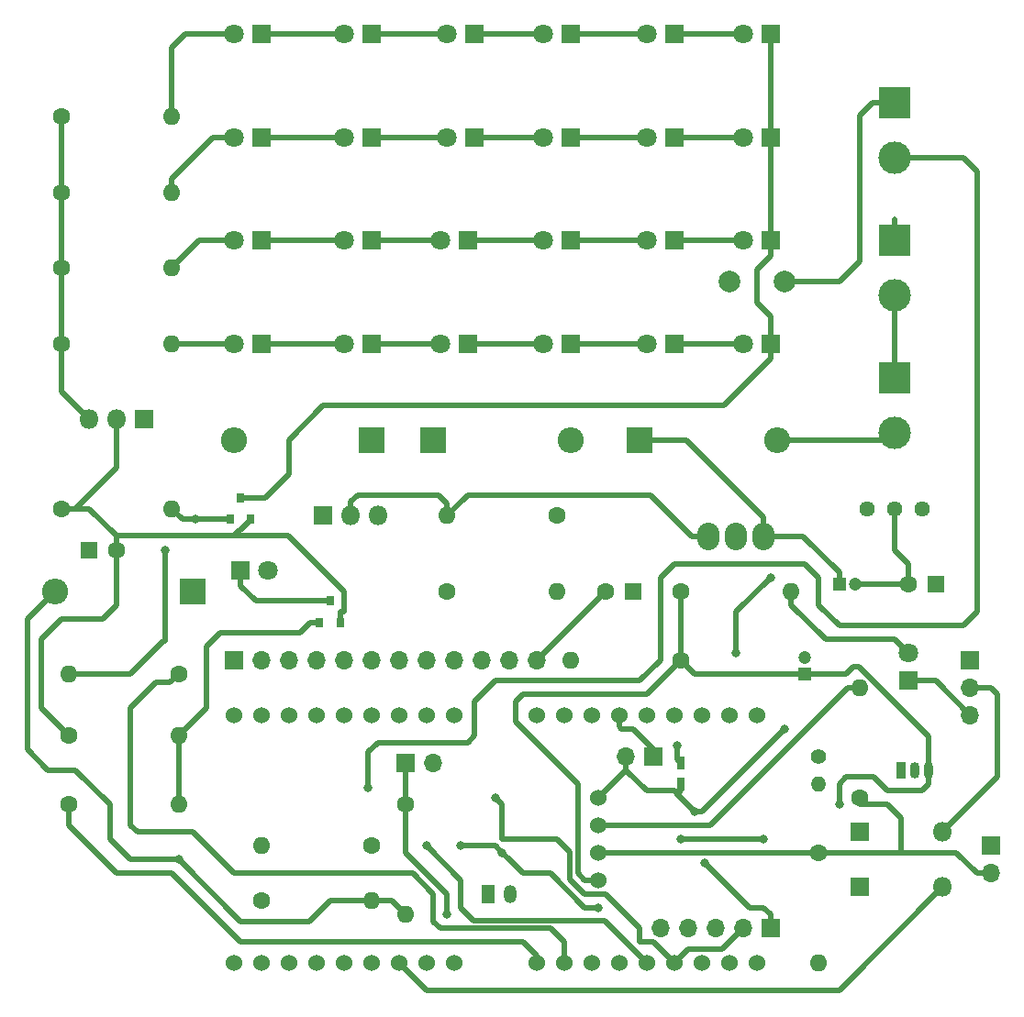
<source format=gbr>
G04 #@! TF.GenerationSoftware,KiCad,Pcbnew,(5.1.4)-1*
G04 #@! TF.CreationDate,2019-10-14T12:16:32+11:00*
G04 #@! TF.ProjectId,FoxCam,466f7843-616d-42e6-9b69-6361645f7063,rev?*
G04 #@! TF.SameCoordinates,Original*
G04 #@! TF.FileFunction,Copper,L1,Top*
G04 #@! TF.FilePolarity,Positive*
%FSLAX46Y46*%
G04 Gerber Fmt 4.6, Leading zero omitted, Abs format (unit mm)*
G04 Created by KiCad (PCBNEW (5.1.4)-1) date 2019-10-14 12:16:32*
%MOMM*%
%LPD*%
G04 APERTURE LIST*
%ADD10R,0.750000X1.200000*%
%ADD11C,2.000000*%
%ADD12R,1.700000X1.700000*%
%ADD13O,1.700000X1.700000*%
%ADD14R,1.200000X1.700000*%
%ADD15O,1.200000X1.700000*%
%ADD16C,1.600000*%
%ADD17O,1.600000X1.600000*%
%ADD18C,1.524000*%
%ADD19C,1.400000*%
%ADD20O,1.400000X1.400000*%
%ADD21R,1.800000X1.800000*%
%ADD22C,1.800000*%
%ADD23R,2.400000X2.400000*%
%ADD24O,2.400000X2.400000*%
%ADD25R,3.000000X3.000000*%
%ADD26C,3.000000*%
%ADD27C,1.440000*%
%ADD28O,1.800000X1.800000*%
%ADD29R,1.600000X1.600000*%
%ADD30O,0.900000X1.500000*%
%ADD31R,0.900000X1.500000*%
%ADD32R,0.800000X0.900000*%
%ADD33R,1.200000X1.200000*%
%ADD34C,1.200000*%
%ADD35O,2.032000X2.540000*%
%ADD36C,0.800000*%
%ADD37C,0.500000*%
G04 APERTURE END LIST*
D10*
X175895000Y-100960000D03*
X175895000Y-99060000D03*
D11*
X180340000Y-54610000D03*
X185420000Y-54600000D03*
D12*
X184150000Y-114300000D03*
D13*
X181610000Y-114300000D03*
X179070000Y-114300000D03*
X176530000Y-114300000D03*
X173990000Y-114300000D03*
D14*
X158115000Y-111125000D03*
D15*
X160115000Y-111125000D03*
D16*
X192405000Y-102235000D03*
D17*
X192405000Y-92075000D03*
D16*
X188595000Y-107315000D03*
D17*
X188595000Y-117475000D03*
D16*
X147320000Y-106680000D03*
D17*
X137160000Y-106680000D03*
D16*
X137160000Y-111760000D03*
D17*
X147320000Y-111760000D03*
D16*
X164465000Y-76200000D03*
D17*
X154305000Y-76200000D03*
D16*
X154305000Y-83185000D03*
D17*
X164465000Y-83185000D03*
D16*
X175895000Y-83185000D03*
D17*
X186055000Y-83185000D03*
D16*
X129540000Y-90805000D03*
D17*
X119380000Y-90805000D03*
D16*
X119380000Y-102870000D03*
D17*
X129540000Y-102870000D03*
D16*
X118745000Y-75565000D03*
D17*
X128905000Y-75565000D03*
D16*
X119380000Y-96520000D03*
D17*
X129540000Y-96520000D03*
D16*
X118745000Y-53340000D03*
D17*
X128905000Y-53340000D03*
D16*
X118745000Y-60325000D03*
D17*
X128905000Y-60325000D03*
D16*
X118745000Y-46355000D03*
D17*
X128905000Y-46355000D03*
D16*
X175895000Y-89535000D03*
D17*
X165735000Y-89535000D03*
D16*
X118745000Y-39370000D03*
D17*
X128905000Y-39370000D03*
D16*
X150495000Y-102870000D03*
D17*
X150495000Y-113030000D03*
D12*
X134620000Y-89535000D03*
D13*
X137160000Y-89535000D03*
X139700000Y-89535000D03*
X142240000Y-89535000D03*
X144780000Y-89535000D03*
X147320000Y-89535000D03*
X149860000Y-89535000D03*
X152400000Y-89535000D03*
X154940000Y-89535000D03*
X157480000Y-89535000D03*
X160020000Y-89535000D03*
X162560000Y-89535000D03*
D18*
X134620000Y-94615000D03*
X137160000Y-94615000D03*
X139700000Y-94615000D03*
X142240000Y-94615000D03*
X144780000Y-94615000D03*
X147320000Y-94615000D03*
X149860000Y-94615000D03*
X152400000Y-94615000D03*
X154940000Y-94615000D03*
X162560000Y-94615000D03*
X165100000Y-94615000D03*
X167640000Y-94615000D03*
X170180000Y-94615000D03*
X172720000Y-94615000D03*
X175260000Y-94615000D03*
X177800000Y-94615000D03*
X180340000Y-94615000D03*
X182880000Y-94615000D03*
X182880000Y-117475000D03*
X180340000Y-117475000D03*
X177800000Y-117475000D03*
X175260000Y-117475000D03*
X172720000Y-117475000D03*
X170180000Y-117475000D03*
X167640000Y-117475000D03*
X165100000Y-117475000D03*
X162560000Y-117475000D03*
X154940000Y-117475000D03*
X152400000Y-117475000D03*
X149860000Y-117475000D03*
X147320000Y-117475000D03*
X144780000Y-117475000D03*
X142240000Y-117475000D03*
X139700000Y-117475000D03*
X137160000Y-117475000D03*
X134620000Y-117475000D03*
D19*
X188595000Y-98425000D03*
D20*
X188595000Y-100965000D03*
D12*
X173355000Y-98425000D03*
D13*
X170815000Y-98425000D03*
D12*
X150495000Y-99060000D03*
D13*
X153035000Y-99060000D03*
D12*
X204470000Y-106680000D03*
D13*
X204470000Y-109220000D03*
D21*
X184150000Y-31750000D03*
D22*
X181610000Y-31750000D03*
D21*
X175260000Y-31750000D03*
D22*
X172720000Y-31750000D03*
D21*
X156845000Y-31750000D03*
D22*
X154305000Y-31750000D03*
D21*
X165735000Y-31750000D03*
D22*
X163195000Y-31750000D03*
D21*
X147320000Y-31750000D03*
D22*
X144780000Y-31750000D03*
D21*
X137160000Y-31750000D03*
D22*
X134620000Y-31750000D03*
D21*
X184150000Y-41275000D03*
D22*
X181610000Y-41275000D03*
D21*
X175260000Y-41275000D03*
D22*
X172720000Y-41275000D03*
D21*
X165735000Y-41275000D03*
D22*
X163195000Y-41275000D03*
D21*
X156845000Y-41275000D03*
D22*
X154305000Y-41275000D03*
D21*
X147320000Y-41275000D03*
D22*
X144780000Y-41275000D03*
D21*
X137160000Y-41275000D03*
D22*
X134620000Y-41275000D03*
D21*
X184150000Y-60325000D03*
D22*
X181610000Y-60325000D03*
D21*
X175260000Y-60325000D03*
D22*
X172720000Y-60325000D03*
D21*
X165735000Y-60325000D03*
D22*
X163195000Y-60325000D03*
D21*
X156210000Y-60325000D03*
D22*
X153670000Y-60325000D03*
D21*
X147320000Y-60325000D03*
D22*
X144780000Y-60325000D03*
D21*
X137160000Y-60325000D03*
D22*
X134620000Y-60325000D03*
D21*
X184150000Y-50800000D03*
D22*
X181610000Y-50800000D03*
D21*
X175260000Y-50800000D03*
D22*
X172720000Y-50800000D03*
D21*
X165735000Y-50800000D03*
D22*
X163195000Y-50800000D03*
D21*
X156210000Y-50800000D03*
D22*
X153670000Y-50800000D03*
D21*
X147320000Y-50800000D03*
D22*
X144780000Y-50800000D03*
D21*
X137160000Y-50800000D03*
D22*
X134620000Y-50800000D03*
D23*
X153035000Y-69215000D03*
D24*
X165735000Y-69215000D03*
D25*
X195580000Y-63500000D03*
D26*
X195580000Y-68580000D03*
D25*
X195580000Y-50800000D03*
D26*
X195580000Y-55880000D03*
D25*
X195580000Y-38100000D03*
D26*
X195580000Y-43180000D03*
D27*
X193040000Y-75565000D03*
X195580000Y-75565000D03*
X198120000Y-75565000D03*
D23*
X130810000Y-83185000D03*
D24*
X118110000Y-83185000D03*
D21*
X192405000Y-110490000D03*
D28*
X200025000Y-110490000D03*
D21*
X192405000Y-105410000D03*
D28*
X200025000Y-105410000D03*
D23*
X172085000Y-69215000D03*
D24*
X184785000Y-69215000D03*
D21*
X196850000Y-91440000D03*
D22*
X196850000Y-88900000D03*
D29*
X171450000Y-83185000D03*
D16*
X168950000Y-83185000D03*
D29*
X121285000Y-79375000D03*
D16*
X123785000Y-79375000D03*
D29*
X199390000Y-82550000D03*
D16*
X196890000Y-82550000D03*
D21*
X135255000Y-81280000D03*
D22*
X137795000Y-81280000D03*
D21*
X126365000Y-67310000D03*
D28*
X123825000Y-67310000D03*
X121285000Y-67310000D03*
D21*
X142875000Y-76200000D03*
D28*
X145415000Y-76200000D03*
X147955000Y-76200000D03*
D30*
X197485000Y-99695000D03*
X198755000Y-99695000D03*
D31*
X196215000Y-99695000D03*
D18*
X168275000Y-102235000D03*
X168275000Y-104775000D03*
X168275000Y-109855000D03*
X168275000Y-107315000D03*
D32*
X142560000Y-86090000D03*
X144460000Y-86090000D03*
X143510000Y-84090000D03*
D12*
X202565000Y-89535000D03*
D13*
X202565000Y-92075000D03*
X202565000Y-94615000D03*
D33*
X187325000Y-90805000D03*
D34*
X187325000Y-89305000D03*
D35*
X180975000Y-78105000D03*
X183515000Y-78105000D03*
X178435000Y-78105000D03*
D33*
X190500000Y-82550000D03*
D34*
X192000000Y-82550000D03*
D23*
X147320000Y-69215000D03*
D24*
X134620000Y-69215000D03*
D32*
X134305000Y-76565000D03*
X136205000Y-76565000D03*
X135255000Y-74565000D03*
D36*
X184150000Y-81915000D03*
X180975000Y-88900000D03*
X129540000Y-107950000D03*
X175580000Y-97475000D03*
X190500000Y-102870000D03*
X131080000Y-76565000D03*
X128270000Y-79375000D03*
X147050000Y-101330000D03*
X177165000Y-103505000D03*
X185420000Y-95885000D03*
X154305000Y-113030000D03*
X152400000Y-106680000D03*
X168275000Y-112395000D03*
X155575000Y-106680000D03*
X159385000Y-107315000D03*
X158750000Y-102235000D03*
X175895000Y-106045000D03*
X183515000Y-106045000D03*
X178117500Y-108267500D03*
D37*
X176395000Y-69215000D02*
X172085000Y-69215000D01*
X183515000Y-78105000D02*
X183515000Y-76335000D01*
X183515000Y-76335000D02*
X176395000Y-69215000D01*
X183515000Y-77851000D02*
X183515000Y-78105000D01*
X190500000Y-81450000D02*
X190500000Y-82550000D01*
X187155000Y-78105000D02*
X190500000Y-81450000D01*
X183515000Y-78105000D02*
X187155000Y-78105000D01*
X184150000Y-81915000D02*
X180975000Y-85090000D01*
X180975000Y-85090000D02*
X180975000Y-88900000D01*
X180975000Y-88900000D02*
X180975000Y-88900000D01*
X192000000Y-82550000D02*
X196890000Y-82550000D01*
X196890000Y-82550000D02*
X196890000Y-80685000D01*
X195580000Y-79375000D02*
X195580000Y-75565000D01*
X196890000Y-80685000D02*
X195580000Y-79375000D01*
X136205000Y-76565000D02*
X136205000Y-76615000D01*
X118745000Y-82550000D02*
X118110000Y-83185000D01*
X195580000Y-63500000D02*
X195580000Y-55880000D01*
X162560000Y-89535000D02*
X166370000Y-85725000D01*
X166410000Y-85725000D02*
X168950000Y-83185000D01*
X166370000Y-85725000D02*
X166410000Y-85725000D01*
X147320000Y-111760000D02*
X149225000Y-111760000D01*
X115570000Y-85725000D02*
X118110000Y-83185000D01*
X115570000Y-97790000D02*
X115570000Y-85725000D01*
X117475000Y-99695000D02*
X115570000Y-97790000D01*
X123190000Y-102870000D02*
X120015000Y-99695000D01*
X123190000Y-106045000D02*
X123190000Y-102870000D01*
X120015000Y-99695000D02*
X117475000Y-99695000D01*
X143510000Y-111760000D02*
X141605000Y-113665000D01*
X147320000Y-111760000D02*
X143510000Y-111760000D01*
X141605000Y-113665000D02*
X135255000Y-113665000D01*
X135255000Y-113665000D02*
X129540000Y-107950000D01*
X129540000Y-107950000D02*
X125095000Y-107950000D01*
X125095000Y-107950000D02*
X123190000Y-106045000D01*
X129540000Y-107950000D02*
X129540000Y-107950000D01*
X149225000Y-111760000D02*
X150495000Y-113030000D01*
X201930000Y-94615000D02*
X202565000Y-94615000D01*
X123785000Y-84415000D02*
X123785000Y-80075008D01*
X116840000Y-93980000D02*
X116840000Y-87630000D01*
X119380000Y-96520000D02*
X116840000Y-93980000D01*
X116840000Y-87630000D02*
X118745000Y-85725000D01*
X118745000Y-85725000D02*
X122555000Y-85725000D01*
X122555000Y-85725000D02*
X123825000Y-84455000D01*
X123825000Y-84455000D02*
X123785000Y-84415000D01*
X123825000Y-67310000D02*
X123825000Y-71755000D01*
X120015000Y-75565000D02*
X118745000Y-75565000D01*
X123825000Y-71755000D02*
X120015000Y-75565000D01*
X120015000Y-75565000D02*
X121285000Y-75565000D01*
X123785000Y-78065000D02*
X123785000Y-79375000D01*
X121285000Y-75565000D02*
X123785000Y-78065000D01*
X136205000Y-76615000D02*
X135255000Y-77565000D01*
X135255000Y-77565000D02*
X135160000Y-77565000D01*
X134660000Y-78065000D02*
X123785000Y-78065000D01*
X135160000Y-77565000D02*
X134660000Y-78065000D01*
X134660000Y-78065000D02*
X139660000Y-78065000D01*
X139660000Y-78065000D02*
X144780000Y-83185000D01*
X144780000Y-83185000D02*
X144780000Y-85090000D01*
X144510000Y-85090000D02*
X144780000Y-85090000D01*
X144460000Y-85140000D02*
X144510000Y-85090000D01*
X144460000Y-86090000D02*
X144460000Y-85140000D01*
X199390000Y-91440000D02*
X196850000Y-91440000D01*
X202565000Y-94615000D02*
X199390000Y-91440000D01*
X175580000Y-98745000D02*
X175895000Y-99060000D01*
X175580000Y-97475000D02*
X175580000Y-98745000D01*
X204470000Y-92075000D02*
X202565000Y-92075000D01*
X205105000Y-92710000D02*
X204470000Y-92075000D01*
X200025000Y-105410000D02*
X205105000Y-100330000D01*
X205105000Y-100330000D02*
X205105000Y-92710000D01*
X137160000Y-50800000D02*
X144780000Y-50800000D01*
X147320000Y-50800000D02*
X153670000Y-50800000D01*
X156210000Y-50800000D02*
X163195000Y-50800000D01*
X175260000Y-50800000D02*
X181610000Y-50800000D01*
X184150000Y-31750000D02*
X184150000Y-41275000D01*
X184150000Y-41275000D02*
X184150000Y-50800000D01*
X137525000Y-74565000D02*
X135255000Y-74565000D01*
X184150000Y-61725000D02*
X179835000Y-66040000D01*
X184150000Y-60325000D02*
X184150000Y-61725000D01*
X179835000Y-66040000D02*
X142875000Y-66040000D01*
X142875000Y-66040000D02*
X139700000Y-69215000D01*
X139700000Y-69215000D02*
X139700000Y-72390000D01*
X139700000Y-72390000D02*
X137525000Y-74565000D01*
X184150000Y-52200000D02*
X182880000Y-53470000D01*
X184150000Y-50800000D02*
X184150000Y-52200000D01*
X182880000Y-53470000D02*
X182880000Y-56515000D01*
X184150000Y-57785000D02*
X184150000Y-60325000D01*
X182880000Y-56515000D02*
X184150000Y-57785000D01*
X137160000Y-60325000D02*
X144780000Y-60325000D01*
X147320000Y-60325000D02*
X153670000Y-60325000D01*
X156210000Y-60325000D02*
X163195000Y-60325000D01*
X165735000Y-50800000D02*
X172720000Y-50800000D01*
X175260000Y-60325000D02*
X181610000Y-60325000D01*
X137160000Y-41275000D02*
X144780000Y-41275000D01*
X147320000Y-41275000D02*
X154305000Y-41275000D01*
X156845000Y-41275000D02*
X163195000Y-41275000D01*
X175260000Y-41275000D02*
X181610000Y-41275000D01*
X137160000Y-31750000D02*
X144780000Y-31750000D01*
X165735000Y-31750000D02*
X172720000Y-31750000D01*
X175895000Y-89535000D02*
X175895000Y-83185000D01*
X193580000Y-38100000D02*
X195580000Y-38100000D01*
X192405000Y-39275000D02*
X193580000Y-38100000D01*
X177165000Y-90805000D02*
X175895000Y-89535000D01*
X167005000Y-109855000D02*
X168275000Y-109855000D01*
X166370000Y-109220000D02*
X167005000Y-109855000D01*
X172720000Y-92710000D02*
X161290000Y-92710000D01*
X175895000Y-89535000D02*
X172720000Y-92710000D01*
X161290000Y-92710000D02*
X160655000Y-93345000D01*
X160655000Y-93345000D02*
X160655000Y-95250000D01*
X160655000Y-95250000D02*
X166370000Y-100965000D01*
X166370000Y-100965000D02*
X166370000Y-109220000D01*
X177165000Y-90805000D02*
X187325000Y-90805000D01*
X187325000Y-90805000D02*
X191135000Y-90805000D01*
X191135000Y-90805000D02*
X191770000Y-90170000D01*
X192350002Y-90170000D02*
X198755000Y-96574998D01*
X191770000Y-90170000D02*
X192350002Y-90170000D01*
X198755000Y-96574998D02*
X198755000Y-99695000D01*
X190500000Y-100965000D02*
X191135000Y-100330000D01*
X190500000Y-102870000D02*
X190500000Y-100965000D01*
X191135000Y-100330000D02*
X193675000Y-100330000D01*
X194945000Y-101600000D02*
X198120000Y-101600000D01*
X198755000Y-100965000D02*
X198755000Y-99695000D01*
X193675000Y-100330000D02*
X194945000Y-101600000D01*
X198120000Y-101600000D02*
X198755000Y-100965000D01*
X192405000Y-52715000D02*
X192405000Y-45085000D01*
X192405000Y-45625000D02*
X192405000Y-45085000D01*
X192405000Y-45085000D02*
X192405000Y-39275000D01*
X185420000Y-54600000D02*
X190510000Y-54600000D01*
X190510000Y-54600000D02*
X192405000Y-52705000D01*
X194945000Y-69215000D02*
X195580000Y-68580000D01*
X184785000Y-69215000D02*
X194945000Y-69215000D01*
X129905000Y-76565000D02*
X128905000Y-75565000D01*
X134305000Y-76565000D02*
X131080000Y-76565000D01*
X131080000Y-76565000D02*
X129905000Y-76565000D01*
X125095000Y-90805000D02*
X119380000Y-90805000D01*
X128131370Y-87768630D02*
X125095000Y-90805000D01*
X128270000Y-79375000D02*
X128270000Y-87768630D01*
X128270000Y-87768630D02*
X128131370Y-87768630D01*
X178435000Y-104775000D02*
X168275000Y-104775000D01*
X178573630Y-104775000D02*
X178435000Y-104775000D01*
X191273630Y-92075000D02*
X178573630Y-104775000D01*
X192405000Y-92075000D02*
X191273630Y-92075000D01*
X129540000Y-96520000D02*
X129540000Y-102870000D01*
X132080000Y-93980000D02*
X129540000Y-96520000D01*
X132080000Y-88265000D02*
X132080000Y-93980000D01*
X133350000Y-86995000D02*
X132080000Y-88265000D01*
X140755000Y-86995000D02*
X133350000Y-86995000D01*
X142560000Y-86090000D02*
X141660000Y-86090000D01*
X141660000Y-86090000D02*
X140755000Y-86995000D01*
X195580000Y-87630000D02*
X196850000Y-88900000D01*
X189230000Y-87630000D02*
X195580000Y-87630000D01*
X186055000Y-83185000D02*
X186055000Y-84455000D01*
X186055000Y-84455000D02*
X189230000Y-87630000D01*
X131445000Y-50800000D02*
X128905000Y-53340000D01*
X134620000Y-50800000D02*
X131445000Y-50800000D01*
X128905000Y-60325000D02*
X134620000Y-60325000D01*
X165735000Y-60325000D02*
X172720000Y-60325000D01*
X133350000Y-41275000D02*
X134620000Y-41275000D01*
X134620000Y-41275000D02*
X132715000Y-41275000D01*
X128905000Y-45085000D02*
X128905000Y-46355000D01*
X132715000Y-41275000D02*
X128905000Y-45085000D01*
X165735000Y-41275000D02*
X172720000Y-41275000D01*
X128905000Y-33020000D02*
X128905000Y-39370000D01*
X134620000Y-31750000D02*
X130175000Y-31750000D01*
X130175000Y-31750000D02*
X128905000Y-33020000D01*
X156845000Y-31750000D02*
X163195000Y-31750000D01*
X147320000Y-31750000D02*
X154305000Y-31750000D01*
X175260000Y-31750000D02*
X181610000Y-31750000D01*
X135255000Y-82680000D02*
X135255000Y-81280000D01*
X136665000Y-84090000D02*
X135255000Y-82680000D01*
X143510000Y-84090000D02*
X136665000Y-84090000D01*
X147050000Y-98060000D02*
X147050000Y-101330000D01*
X156210000Y-97155000D02*
X147955000Y-97155000D01*
X190500000Y-86360000D02*
X188595000Y-84455000D01*
X201930000Y-86360000D02*
X190500000Y-86360000D01*
X203200000Y-85090000D02*
X201930000Y-86360000D01*
X203200000Y-44450000D02*
X203200000Y-85090000D01*
X147955000Y-97155000D02*
X147050000Y-98060000D01*
X195580000Y-43180000D02*
X201930000Y-43180000D01*
X156845000Y-93345000D02*
X156845000Y-96520000D01*
X201930000Y-43180000D02*
X203200000Y-44450000D01*
X188595000Y-84455000D02*
X188595000Y-81915000D01*
X175260000Y-80645000D02*
X173990000Y-81915000D01*
X187325000Y-80645000D02*
X175260000Y-80645000D01*
X188595000Y-81915000D02*
X187325000Y-80645000D01*
X173990000Y-81915000D02*
X173990000Y-89535000D01*
X173990000Y-89535000D02*
X172085000Y-91440000D01*
X172085000Y-91440000D02*
X158750000Y-91440000D01*
X158750000Y-91440000D02*
X156845000Y-93345000D01*
X156845000Y-96520000D02*
X156210000Y-97155000D01*
X200025000Y-110490000D02*
X190500000Y-120015000D01*
X152400000Y-120015000D02*
X149860000Y-117475000D01*
X190500000Y-120015000D02*
X152400000Y-120015000D01*
X170815000Y-99695000D02*
X168275000Y-102235000D01*
X170815000Y-98425000D02*
X170815000Y-99695000D01*
X170815000Y-99695000D02*
X172720000Y-101600000D01*
X172720000Y-101600000D02*
X175260000Y-101600000D01*
X177165000Y-103505000D02*
X177800000Y-103505000D01*
X177800000Y-103505000D02*
X185420000Y-95885000D01*
X185420000Y-95885000D02*
X185420000Y-95885000D01*
X175577500Y-101742500D02*
X175577500Y-101917500D01*
X175260000Y-101600000D02*
X175577500Y-101917500D01*
X175577500Y-101917500D02*
X177165000Y-103505000D01*
X175895000Y-101600000D02*
X175577500Y-101917500D01*
X175895000Y-100960000D02*
X175895000Y-101600000D01*
X150495000Y-99060000D02*
X150495000Y-102870000D01*
X150495000Y-107315000D02*
X150495000Y-102870000D01*
X154305000Y-113030000D02*
X154305000Y-111125000D01*
X154305000Y-111125000D02*
X150495000Y-107315000D01*
X168275000Y-107315000D02*
X188595000Y-107315000D01*
X201295000Y-107315000D02*
X203200000Y-109220000D01*
X203200000Y-109220000D02*
X204470000Y-109220000D01*
X196215000Y-104140000D02*
X196215000Y-107315000D01*
X194945000Y-102870000D02*
X196215000Y-104140000D01*
X192405000Y-102870000D02*
X194945000Y-102870000D01*
X188595000Y-107315000D02*
X196215000Y-107315000D01*
X196215000Y-107315000D02*
X201295000Y-107315000D01*
X168844990Y-113599990D02*
X172720000Y-117475000D01*
X156779990Y-113599990D02*
X168844990Y-113599990D01*
X155575000Y-112395000D02*
X156779990Y-113599990D01*
X152400000Y-106680000D02*
X155575000Y-109855000D01*
X155575000Y-109855000D02*
X155575000Y-112395000D01*
X173355000Y-97790000D02*
X173355000Y-98425000D01*
X171450000Y-95885000D02*
X173355000Y-97790000D01*
X170372370Y-95885000D02*
X171450000Y-95885000D01*
X170180000Y-94615000D02*
X170180000Y-95692630D01*
X170180000Y-95692630D02*
X170372370Y-95885000D01*
X160020000Y-107950000D02*
X159385000Y-107315000D01*
X158750000Y-106680000D02*
X155575000Y-106680000D01*
X168275000Y-112395000D02*
X167005000Y-112395000D01*
X167005000Y-112395000D02*
X163830000Y-109220000D01*
X161290000Y-109220000D02*
X160020000Y-107950000D01*
X163830000Y-109220000D02*
X161290000Y-109220000D01*
X159385000Y-107315000D02*
X158750000Y-106680000D01*
X118745000Y-64770000D02*
X121285000Y-67310000D01*
X118745000Y-60325000D02*
X118745000Y-64770000D01*
X118745000Y-60325000D02*
X118745000Y-53340000D01*
X118745000Y-53340000D02*
X118745000Y-46355000D01*
X118745000Y-46355000D02*
X118745000Y-39370000D01*
X176919000Y-78105000D02*
X173109000Y-74295000D01*
X178435000Y-78105000D02*
X176919000Y-78105000D01*
X156210000Y-74295000D02*
X154305000Y-76200000D01*
X173109000Y-74295000D02*
X156210000Y-74295000D01*
X145415000Y-74930000D02*
X145415000Y-76200000D01*
X146050000Y-74295000D02*
X145415000Y-74930000D01*
X153531370Y-74295000D02*
X146050000Y-74295000D01*
X154305000Y-76200000D02*
X154305000Y-75068630D01*
X154305000Y-75068630D02*
X153531370Y-74295000D01*
X159385000Y-102870000D02*
X158750000Y-102235000D01*
X164465000Y-106045000D02*
X159385000Y-106045000D01*
X167005000Y-111125000D02*
X165669990Y-109789990D01*
X165669990Y-109789990D02*
X165669990Y-107249990D01*
X159385000Y-106045000D02*
X159385000Y-102870000D01*
X165669990Y-107249990D02*
X164465000Y-106045000D01*
X168910000Y-111125000D02*
X167005000Y-111125000D01*
X168910000Y-111125000D02*
X172085000Y-114300000D01*
X172085000Y-114300000D02*
X172085000Y-115570000D01*
X173355000Y-115570000D02*
X175260000Y-117475000D01*
X172085000Y-115570000D02*
X173355000Y-115570000D01*
X181610000Y-114300000D02*
X179705000Y-116205000D01*
X176530000Y-116205000D02*
X175260000Y-117475000D01*
X179705000Y-116205000D02*
X176530000Y-116205000D01*
X183515000Y-106045000D02*
X183515000Y-106045000D01*
X175895000Y-106045000D02*
X183515000Y-106045000D01*
X165100000Y-115570000D02*
X165100000Y-117475000D01*
X163830000Y-114300000D02*
X165100000Y-115570000D01*
X134620000Y-109220000D02*
X151130000Y-109220000D01*
X130810000Y-105410000D02*
X134620000Y-109220000D01*
X153035000Y-113665000D02*
X153670000Y-114300000D01*
X128740001Y-91604999D02*
X127470001Y-91604999D01*
X129540000Y-90805000D02*
X128740001Y-91604999D01*
X151130000Y-109220000D02*
X153035000Y-111125000D01*
X127470001Y-91604999D02*
X125095000Y-93980000D01*
X153035000Y-111125000D02*
X153035000Y-113665000D01*
X125095000Y-93980000D02*
X125095000Y-104775000D01*
X125095000Y-104775000D02*
X125730000Y-105410000D01*
X153670000Y-114300000D02*
X163830000Y-114300000D01*
X125730000Y-105410000D02*
X130810000Y-105410000D01*
X161290000Y-115570000D02*
X162560000Y-116840000D01*
X162560000Y-116840000D02*
X162560000Y-117475000D01*
X135255000Y-115570000D02*
X161290000Y-115570000D01*
X119380000Y-102870000D02*
X119380000Y-104001370D01*
X133350000Y-113665000D02*
X135255000Y-115570000D01*
X133350000Y-113665000D02*
X128905000Y-109220000D01*
X128905000Y-109220000D02*
X124460000Y-109220000D01*
X124460000Y-109220000D02*
X123825000Y-109220000D01*
X123825000Y-109220000D02*
X119380000Y-104775000D01*
X119380000Y-104775000D02*
X119380000Y-104140000D01*
X178117500Y-108267500D02*
X182245000Y-112395000D01*
X182245000Y-112395000D02*
X183515000Y-112395000D01*
X183515000Y-112395000D02*
X184150000Y-113030000D01*
X184150000Y-113030000D02*
X184150000Y-114300000D01*
X195580000Y-50800000D02*
X195580000Y-48800000D01*
M02*

</source>
